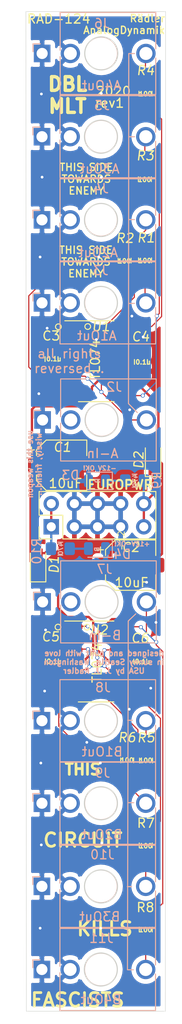
<source format=kicad_pcb>
(kicad_pcb (version 20171130) (host pcbnew "(5.1.2-1)-1")
  (layers (0 F.Cu signal) (31 B.Cu signal) (34 B.Paste user hide) (35 F.Paste user hide) (36 B.SilkS user hide) (37 F.SilkS user) (38 B.Mask user hide) (39 F.Mask user hide) (44 Edge.Cuts user))
  (net 0 "")
  (net 1 VCC)
  (net 2 GND)
  (net 3 VEE)
  (net 4 "Net-(R1-Pad2)")
  (net 5 "Net-(R2-Pad2)")
  (net 6 "Net-(R3-Pad2)")
  (net 7 "Net-(R4-Pad2)")
  (net 8 "Net-(R5-Pad2)")
  (net 9 "Net-(R6-Pad2)")
  (net 10 "Net-(R7-Pad2)")
  (net 11 "Net-(R8-Pad2)")
  (net 12 /A1Out)
  (net 13 /A2Out)
  (net 14 /A3Out)
  (net 15 /A4Out)
  (net 16 /B1Out)
  (net 17 /B2Out)
  (net 18 /B3Out)
  (net 19 /B4Out)
  (net 20 /AIn)
  (net 21 /BIn)
  (net 22 -12V)
  (net 23 "Net-(D3-Pad1)")
  (net 24 "Net-(D4-Pad2)")
  (net 25 +12V)
  (module Capacitor_SMD:C_0805_2012Metric_Pad1.15x1.40mm_HandSolder (layer F.Cu) (at 155.54452 59.80176 270)
    (fp_text reference C3 (at -2.54508 0.03048 180) (layer F.SilkS))
    (fp_text value 0.1u (at -0.02032 -0.24892 180) (layer F.SilkS) (effects (font (size 0.5 0.5) (thickness 0.125))))
    (pad 2 smd roundrect (at 1.025 0 270) (size 1.15 1.4) (layers F.Cu F.Paste F.Mask) (roundrect_rratio 0.217391) (net 1 VCC))
    (pad 1 smd roundrect (at -1.025 0 270) (size 1.15 1.4) (layers F.Cu F.Paste F.Mask) (roundrect_rratio 0.217391) (net 2 GND))
  )
  (module Connector_Audio:Jack_3.5mm_QingPu_WQP-PJ398SM_Vertical_CircularHoles (layer B.Cu) (at 154.49804 53.63464 270)
    (fp_text reference J3 (at -3.55092 -6.44144 180) (layer B.SilkS) (effects (justify mirror)))
    (fp_text value A1Out (at 3.61188 -6.02996 180) (layer B.SilkS) (effects (justify mirror)))
    (pad TN thru_hole circle (at 0 -3.1 90) (size 2.13 2.13) (drill 1.42) (layers *.Cu *.Mask) (net 2 GND))
    (pad S thru_hole rect (at 0 0 90) (size 1.93 1.83) (drill 1.22) (layers *.Cu *.Mask) (net 2 GND))
    (pad T thru_hole circle (at 0 -11.4 90) (size 2.13 2.13) (drill 1.43) (layers *.Cu *.Mask) (net 12 /A1Out))
  )
  (module Connector_PinHeader_2.54mm:PinHeader_2x05_P2.54mm_Vertical (layer F.Cu) (at 155.51404 78.19136 90)
    (fp_text reference J1 hide)
    (fp_text value EUROPWR (at 4.5974 7.57936) (layer F.SilkS) (effects (font (thickness 0.2032))))
    (fp_text user -12V (at -1.21412 7.70128 90) (layer F.SilkS) (effects (font (size 0.7 0.7) (thickness 0.1))))
    (pad 10 thru_hole oval (at 2.54 10.16 90) (size 1.7 1.7) (drill 1) (layers *.Cu *.Mask) (net 22 -12V))
    (pad 9 thru_hole oval (at 0 10.16 90) (size 1.7 1.7) (drill 1) (layers *.Cu *.Mask) (net 22 -12V))
    (pad 8 thru_hole oval (at 2.54 7.62 90) (size 1.7 1.7) (drill 1) (layers *.Cu *.Mask) (net 2 GND))
    (pad 7 thru_hole oval (at 0 7.62 90) (size 1.7 1.7) (drill 1) (layers *.Cu *.Mask) (net 2 GND))
    (pad 6 thru_hole oval (at 2.54 5.08 90) (size 1.7 1.7) (drill 1) (layers *.Cu *.Mask) (net 2 GND))
    (pad 5 thru_hole oval (at 0 5.08 90) (size 1.7 1.7) (drill 1) (layers *.Cu *.Mask) (net 2 GND))
    (pad 4 thru_hole oval (at 2.54 2.54 90) (size 1.7 1.7) (drill 1) (layers *.Cu *.Mask) (net 2 GND))
    (pad 3 thru_hole oval (at 0 2.54 90) (size 1.7 1.7) (drill 1) (layers *.Cu *.Mask) (net 2 GND))
    (pad 2 thru_hole oval (at 2.54 0 90) (size 1.7 1.7) (drill 1) (layers *.Cu *.Mask) (net 25 +12V))
    (pad 1 thru_hole rect (at 0 0 90) (size 1.7 1.7) (drill 1) (layers *.Cu *.Mask) (net 25 +12V))
  )
  (module Resistor_SMD:R_0805_2012Metric_Pad1.15x1.40mm_HandSolder (layer F.Cu) (at 163.8554 103.79964 90)
    (fp_text reference R6 (at 2.49428 -0.01524 180) (layer F.SilkS) (effects (font (thickness 0.15) italic)))
    (fp_text value 100 (at -0.0254 2.03708 180) (layer F.SilkS) (effects (font (size 0.5 0.5) (thickness 0.125))))
    (pad 2 smd roundrect (at 1.025 0 90) (size 1.15 1.4) (layers F.Cu F.Paste F.Mask) (roundrect_rratio 0.217391) (net 9 "Net-(R6-Pad2)"))
    (pad 1 smd roundrect (at -1.025 0 90) (size 1.15 1.4) (layers F.Cu F.Paste F.Mask) (roundrect_rratio 0.217391) (net 17 /B2Out))
  )
  (module Diode_SMD:D_SOD-323_HandSoldering (layer F.Cu) (at 166.7002 70.7898 90)
    (fp_text reference D2 (at -0.0762 -1.56464 90) (layer F.SilkS) (effects (font (thickness 0.15) italic)))
    (fp_text value D_Small_ALT)
    (pad 2 smd rect (at 1.25 0 90) (size 1 1) (layers F.Cu F.Paste F.Mask) (net 3 VEE))
    (pad 1 smd rect (at -1.25 0 90) (size 1 1) (layers F.Cu F.Paste F.Mask) (net 22 -12V))
  )
  (module Diode_SMD:D_SOD-323_HandSoldering (layer F.Cu) (at 154.07132 82.33156 90)
    (fp_text reference D1 (at -0.02032 1.7526 90) (layer F.SilkS) (effects (font (thickness 0.15) italic)))
    (fp_text value D_Small_ALT)
    (pad 2 smd rect (at 1.25 0 90) (size 1 1) (layers F.Cu F.Paste F.Mask) (net 25 +12V))
    (pad 1 smd rect (at -1.25 0 90) (size 1 1) (layers F.Cu F.Paste F.Mask) (net 1 VCC))
  )
  (module Connector_Audio:Jack_3.5mm_QingPu_WQP-PJ398SM_Vertical_CircularHoles (layer B.Cu) (at 154.56408 86.42604 270)
    (fp_text reference J7 (at -3.5814 -6.8072 180) (layer B.SilkS) (effects (justify mirror)))
    (fp_text value B-In (at 3.67284 -6.8326 180) (layer B.SilkS) (effects (justify mirror)))
    (pad TN thru_hole circle (at 0 -3.1 90) (size 2.13 2.13) (drill 1.42) (layers *.Cu *.Mask))
    (pad S thru_hole rect (at 0 0 90) (size 1.93 1.83) (drill 1.22) (layers *.Cu *.Mask) (net 2 GND))
    (pad T thru_hole circle (at 0 -11.4 90) (size 2.13 2.13) (drill 1.43) (layers *.Cu *.Mask) (net 21 /BIn))
  )
  (module Connector_Audio:Jack_3.5mm_QingPu_WQP-PJ398SM_Vertical_CircularHoles (layer B.Cu) (at 154.56408 66.47688 270)
    (fp_text reference J2 (at -3.61696 -7.86384 180) (layer B.SilkS) (effects (justify mirror)))
    (fp_text value A-In (at 3.67284 -6.58876) (layer B.SilkS) (effects (justify mirror)))
    (pad TN thru_hole circle (at 0 -3.1 90) (size 2.13 2.13) (drill 1.42) (layers *.Cu *.Mask))
    (pad S thru_hole rect (at 0 0 90) (size 1.93 1.83) (drill 1.22) (layers *.Cu *.Mask) (net 2 GND))
    (pad T thru_hole circle (at 0 -11.4 90) (size 2.13 2.13) (drill 1.43) (layers *.Cu *.Mask) (net 20 /AIn))
  )
  (module Connector_Audio:Jack_3.5mm_QingPu_WQP-PJ398SM_Vertical_CircularHoles (layer B.Cu) (at 154.49804 44.53128 270)
    (fp_text reference J4 (at -3.43408 -6.477 180) (layer B.SilkS) (effects (justify mirror)))
    (fp_text value A2Out (at 3.58648 -6.17728 180) (layer B.SilkS) (effects (justify mirror)))
    (pad T thru_hole circle (at 0 -11.4 90) (size 2.13 2.13) (drill 1.43) (layers *.Cu *.Mask) (net 13 /A2Out))
    (pad S thru_hole rect (at 0 0 90) (size 1.93 1.83) (drill 1.22) (layers *.Cu *.Mask) (net 2 GND))
    (pad TN thru_hole circle (at 0 -3.1 90) (size 2.13 2.13) (drill 1.42) (layers *.Cu *.Mask) (net 2 GND))
  )
  (module Connector_Audio:Jack_3.5mm_QingPu_WQP-PJ398SM_Vertical_CircularHoles (layer B.Cu) (at 154.49804 35.41268 270)
    (fp_text reference J5 (at -3.42392 -6.5786 180) (layer B.SilkS) (effects (justify mirror)))
    (fp_text value A3Out (at 3.5306 -6.34492 180) (layer B.SilkS) (effects (justify mirror)))
    (pad T thru_hole circle (at 0 -11.4 90) (size 2.13 2.13) (drill 1.43) (layers *.Cu *.Mask) (net 14 /A3Out))
    (pad S thru_hole rect (at 0 0 90) (size 1.93 1.83) (drill 1.22) (layers *.Cu *.Mask) (net 2 GND))
    (pad TN thru_hole circle (at 0 -3.1 90) (size 2.13 2.13) (drill 1.42) (layers *.Cu *.Mask) (net 2 GND))
  )
  (module Connector_Audio:Jack_3.5mm_QingPu_WQP-PJ398SM_Vertical_CircularHoles (layer B.Cu) (at 154.51328 26.28392 270)
    (fp_text reference J6 (at -3.29184 -6.56336 180) (layer B.SilkS) (effects (justify mirror)))
    (fp_text value A4Out (at 3.52552 -6.51764 180) (layer B.SilkS) (effects (justify mirror)))
    (pad TN thru_hole circle (at 0 -3.1 90) (size 2.13 2.13) (drill 1.42) (layers *.Cu *.Mask) (net 2 GND))
    (pad S thru_hole rect (at 0 0 90) (size 1.93 1.83) (drill 1.22) (layers *.Cu *.Mask) (net 2 GND))
    (pad T thru_hole circle (at 0 -11.4 90) (size 2.13 2.13) (drill 1.43) (layers *.Cu *.Mask) (net 15 /A4Out))
  )
  (module Connector_Audio:Jack_3.5mm_QingPu_WQP-PJ398SM_Vertical_CircularHoles (layer B.Cu) (at 154.49296 99.45624 270)
    (fp_text reference J8 (at -3.63728 -6.70052 180) (layer B.SilkS) (effects (justify mirror)))
    (fp_text value B1Out (at 3.4036 -6.62432 180) (layer B.SilkS) (effects (justify mirror)))
    (pad T thru_hole circle (at 0 -11.4 90) (size 2.13 2.13) (drill 1.43) (layers *.Cu *.Mask) (net 16 /B1Out))
    (pad S thru_hole rect (at 0 0 90) (size 1.93 1.83) (drill 1.22) (layers *.Cu *.Mask) (net 2 GND))
    (pad TN thru_hole circle (at 0 -3.1 90) (size 2.13 2.13) (drill 1.42) (layers *.Cu *.Mask) (net 2 GND))
  )
  (module Connector_Audio:Jack_3.5mm_QingPu_WQP-PJ398SM_Vertical_CircularHoles (layer B.Cu) (at 154.48788 117.62232 270)
    (fp_text reference J10 (at -3.4798 -6.64464 180) (layer B.SilkS) (effects (justify mirror)))
    (fp_text value B3Out (at 3.33248 -6.36016 180) (layer B.SilkS) (effects (justify mirror)))
    (pad TN thru_hole circle (at 0 -3.1 90) (size 2.13 2.13) (drill 1.42) (layers *.Cu *.Mask) (net 2 GND))
    (pad S thru_hole rect (at 0 0 90) (size 1.93 1.83) (drill 1.22) (layers *.Cu *.Mask) (net 2 GND))
    (pad T thru_hole circle (at 0 -11.4 90) (size 2.13 2.13) (drill 1.43) (layers *.Cu *.Mask) (net 18 /B3Out))
  )
  (module Connector_Audio:Jack_3.5mm_QingPu_WQP-PJ398SM_Vertical_CircularHoles (layer B.Cu) (at 154.48788 126.74092 270)
    (fp_text reference J11 (at -3.42392 -6.53796 180) (layer B.SilkS) (effects (justify mirror)))
    (fp_text value B4Out (at 3.28168 -6.49732 180) (layer B.SilkS) (effects (justify mirror)))
    (pad T thru_hole circle (at 0 -11.4 90) (size 2.13 2.13) (drill 1.43) (layers *.Cu *.Mask) (net 19 /B4Out))
    (pad S thru_hole rect (at 0 0 90) (size 1.93 1.83) (drill 1.22) (layers *.Cu *.Mask) (net 2 GND))
    (pad TN thru_hole circle (at 0 -3.1 90) (size 2.13 2.13) (drill 1.42) (layers *.Cu *.Mask) (net 2 GND))
  )
  (module Capacitor_SMD:CP_Elec_5x5.4 (layer F.Cu) (at 156.65704 71.44004)
    (fp_text reference C1 (at 0.07112 -1.9812) (layer F.SilkS) (effects (font (thickness 0.15) italic)))
    (fp_text value 10uF (at 0.41656 1.99644) (layer F.SilkS))
    (pad 1 smd roundrect (at -2.2 0) (size 3 1.6) (layers F.Cu F.Paste F.Mask) (roundrect_rratio 0.15625) (net 1 VCC))
    (pad 2 smd roundrect (at 2.2 0) (size 3 1.6) (layers F.Cu F.Paste F.Mask) (roundrect_rratio 0.15625) (net 2 GND))
  )
  (module Capacitor_SMD:CP_Elec_5x5.4 (layer F.Cu) (at 164.2364 82.3976)
    (fp_text reference C2 (at 0.02032 -1.9558) (layer F.SilkS) (effects (font (thickness 0.15) italic)))
    (fp_text value 10uF (at 0.08636 1.91008) (layer F.SilkS))
    (pad 2 smd roundrect (at 2.2 0) (size 3 1.6) (layers F.Cu F.Paste F.Mask) (roundrect_rratio 0.15625) (net 3 VEE))
    (pad 1 smd roundrect (at -2.2 0) (size 3 1.6) (layers F.Cu F.Paste F.Mask) (roundrect_rratio 0.15625) (net 2 GND))
  )
  (module Capacitor_SMD:C_0805_2012Metric_Pad1.15x1.40mm_HandSolder (layer F.Cu) (at 165.36416 60.11164 90)
    (fp_text reference C4 (at 2.76352 -0.03556 180) (layer F.SilkS) (effects (font (thickness 0.15) italic)))
    (fp_text value 0.1u (at -0.02032 0.23876 180) (layer F.SilkS) (effects (font (size 0.5 0.5) (thickness 0.125))))
    (pad 1 smd roundrect (at -1.025 0 90) (size 1.15 1.4) (layers F.Cu F.Paste F.Mask) (roundrect_rratio 0.217391) (net 2 GND))
    (pad 2 smd roundrect (at 1.025 0 90) (size 1.15 1.4) (layers F.Cu F.Paste F.Mask) (roundrect_rratio 0.217391) (net 3 VEE))
  )
  (module Capacitor_SMD:C_0805_2012Metric_Pad1.15x1.40mm_HandSolder (layer F.Cu) (at 155.59024 92.94876 90)
    (fp_text reference C5 (at 2.6924 -0.1524 180) (layer F.SilkS) (effects (font (thickness 0.15) italic)))
    (fp_text value 0.1u (at -0.01524 0.24384 180) (layer F.SilkS) (effects (font (size 0.5 0.5) (thickness 0.125))))
    (pad 1 smd roundrect (at -1.025 0 90) (size 1.15 1.4) (layers F.Cu F.Paste F.Mask) (roundrect_rratio 0.217391) (net 1 VCC))
    (pad 2 smd roundrect (at 1.025 0 90) (size 1.15 1.4) (layers F.Cu F.Paste F.Mask) (roundrect_rratio 0.217391) (net 2 GND))
  )
  (module Capacitor_SMD:C_0805_2012Metric_Pad1.15x1.40mm_HandSolder (layer F.Cu) (at 165.28796 92.96908 270)
    (fp_text reference C6 (at -2.5654 0.02032 180) (layer F.SilkS) (effects (font (thickness 0.15) italic)))
    (fp_text value 0.1u (at 0.01016 -0.23876 180) (layer F.SilkS) (effects (font (size 0.5 0.5) (thickness 0.125))))
    (pad 2 smd roundrect (at 1.025 0 270) (size 1.15 1.4) (layers F.Cu F.Paste F.Mask) (roundrect_rratio 0.217391) (net 2 GND))
    (pad 1 smd roundrect (at -1.025 0 270) (size 1.15 1.4) (layers F.Cu F.Paste F.Mask) (roundrect_rratio 0.217391) (net 3 VEE))
  )
  (module Connector_Audio:Jack_3.5mm_QingPu_WQP-PJ398SM_Vertical_CircularHoles (layer B.Cu) (at 154.49296 108.5088 270)
    (fp_text reference J9 (at -3.31724 -6.63956) (layer B.SilkS) (effects (justify mirror)))
    (fp_text value B2Out (at 3.43916 -6.58368) (layer B.SilkS) (effects (justify mirror)))
    (pad TN thru_hole circle (at 0 -3.1 90) (size 2.13 2.13) (drill 1.42) (layers *.Cu *.Mask) (net 2 GND))
    (pad S thru_hole rect (at 0 0 90) (size 1.93 1.83) (drill 1.22) (layers *.Cu *.Mask) (net 2 GND))
    (pad T thru_hole circle (at 0 -11.4 90) (size 2.13 2.13) (drill 1.43) (layers *.Cu *.Mask) (net 17 /B2Out))
  )
  (module Resistor_SMD:R_0805_2012Metric_Pad1.15x1.40mm_HandSolder (layer F.Cu) (at 165.81628 48.9712 90)
    (fp_text reference R1 (at 2.46888 0.11176 180) (layer F.SilkS) (effects (font (thickness 0.15) italic)))
    (fp_text value 100 (at -0.04572 -0.02032 180) (layer F.SilkS) (effects (font (size 0.5 0.5) (thickness 0.125))))
    (pad 2 smd roundrect (at 1.025 0 90) (size 1.15 1.4) (layers F.Cu F.Paste F.Mask) (roundrect_rratio 0.217391) (net 4 "Net-(R1-Pad2)"))
    (pad 1 smd roundrect (at -1.025 0 90) (size 1.15 1.4) (layers F.Cu F.Paste F.Mask) (roundrect_rratio 0.217391) (net 12 /A1Out))
  )
  (module Resistor_SMD:R_0805_2012Metric_Pad1.15x1.40mm_HandSolder (layer F.Cu) (at 163.57092 49.00168 270)
    (fp_text reference R2 (at -2.45364 -0.03556 180) (layer F.SilkS) (effects (font (thickness 0.15) italic)))
    (fp_text value 100 (at 0.0508 0.0254 180) (layer F.SilkS) (effects (font (size 0.5 0.5) (thickness 0.125))))
    (pad 1 smd roundrect (at -1.025 0 270) (size 1.15 1.4) (layers F.Cu F.Paste F.Mask) (roundrect_rratio 0.217391) (net 13 /A2Out))
    (pad 2 smd roundrect (at 1.025 0 270) (size 1.15 1.4) (layers F.Cu F.Paste F.Mask) (roundrect_rratio 0.217391) (net 5 "Net-(R2-Pad2)"))
  )
  (module Resistor_SMD:R_0805_2012Metric_Pad1.15x1.40mm_HandSolder (layer F.Cu) (at 165.79596 40.07612 270)
    (fp_text reference R3 (at -2.57556 -0.0508 180) (layer F.SilkS) (effects (font (thickness 0.15) italic)))
    (fp_text value 100 (at 0.04572 0.03556 180) (layer F.SilkS) (effects (font (size 0.5 0.5) (thickness 0.125))))
    (pad 2 smd roundrect (at 1.025 0 270) (size 1.15 1.4) (layers F.Cu F.Paste F.Mask) (roundrect_rratio 0.217391) (net 6 "Net-(R3-Pad2)"))
    (pad 1 smd roundrect (at -1.025 0 270) (size 1.15 1.4) (layers F.Cu F.Paste F.Mask) (roundrect_rratio 0.217391) (net 14 /A3Out))
  )
  (module Resistor_SMD:R_0805_2012Metric_Pad1.15x1.40mm_HandSolder (layer F.Cu) (at 165.862 30.69336 270)
    (fp_text reference R4 (at -2.54508 -0.01016 180) (layer F.SilkS) (effects (font (thickness 0.15) italic)))
    (fp_text value 100 (at 0.03048 -0.01016 180) (layer F.SilkS) (effects (font (size 0.5 0.5) (thickness 0.125))))
    (pad 1 smd roundrect (at -1.025 0 270) (size 1.15 1.4) (layers F.Cu F.Paste F.Mask) (roundrect_rratio 0.217391) (net 15 /A4Out))
    (pad 2 smd roundrect (at 1.025 0 270) (size 1.15 1.4) (layers F.Cu F.Paste F.Mask) (roundrect_rratio 0.217391) (net 7 "Net-(R4-Pad2)"))
  )
  (module Resistor_SMD:R_0805_2012Metric_Pad1.15x1.40mm_HandSolder (layer F.Cu) (at 165.92296 103.81996 270)
    (fp_text reference R5 (at -2.49936 -0.00508 180) (layer F.SilkS) (effects (font (thickness 0.15) italic)))
    (fp_text value 100 (at -0.0254 2.07772 180) (layer F.SilkS) (effects (font (size 0.5 0.5) (thickness 0.125))))
    (pad 1 smd roundrect (at -1.025 0 270) (size 1.15 1.4) (layers F.Cu F.Paste F.Mask) (roundrect_rratio 0.217391) (net 16 /B1Out))
    (pad 2 smd roundrect (at 1.025 0 270) (size 1.15 1.4) (layers F.Cu F.Paste F.Mask) (roundrect_rratio 0.217391) (net 8 "Net-(R5-Pad2)"))
  )
  (module Resistor_SMD:R_0805_2012Metric_Pad1.15x1.40mm_HandSolder (layer F.Cu) (at 165.89248 113.13276 90)
    (fp_text reference R7 (at 2.44464 0.01524 180) (layer F.SilkS))
    (fp_text value 100 (at -0.0598 0 180) (layer F.SilkS) (effects (font (size 0.5 0.5) (thickness 0.125))))
    (pad 1 smd roundrect (at -1.025 0 90) (size 1.15 1.4) (layers F.Cu F.Paste F.Mask) (roundrect_rratio 0.217391) (net 18 /B3Out))
    (pad 2 smd roundrect (at 1.025 0 90) (size 1.15 1.4) (layers F.Cu F.Paste F.Mask) (roundrect_rratio 0.217391) (net 10 "Net-(R7-Pad2)"))
  )
  (module Resistor_SMD:R_0805_2012Metric_Pad1.15x1.40mm_HandSolder (layer F.Cu) (at 165.89248 122.35688 90)
    (fp_text reference R8 (at 2.41808 -0.03556 180) (layer F.SilkS))
    (fp_text value 100 (at -0.03048 -0.03048 180) (layer F.SilkS) (effects (font (size 0.5 0.5) (thickness 0.125))))
    (pad 2 smd roundrect (at 1.025 0 90) (size 1.15 1.4) (layers F.Cu F.Paste F.Mask) (roundrect_rratio 0.217391) (net 11 "Net-(R8-Pad2)"))
    (pad 1 smd roundrect (at -1.025 0 90) (size 1.15 1.4) (layers F.Cu F.Paste F.Mask) (roundrect_rratio 0.217391) (net 19 /B4Out))
  )
  (module LED_SMD:LED_0805_2012Metric (layer B.Cu) (at 160.53816 73.15708 180)
    (fp_text reference D3 (at 2.921 0.61468) (layer B.SilkS) (effects (justify mirror)))
    (fp_text value R (at -0.06096 0.03048 270) (layer B.SilkS) (effects (font (size 0.5 0.5) (thickness 0.125)) (justify mirror)))
    (pad 2 smd roundrect (at 0.9375 0 180) (size 0.975 1.4) (layers B.Cu B.Paste B.Mask) (net 2 GND))
    (pad 1 smd roundrect (at -0.9375 0 180) (size 0.975 1.4) (layers B.Cu B.Paste B.Mask) (net 23 "Net-(D3-Pad1)"))
  )
  (module LED_SMD:LED_0805_2012Metric (layer B.Cu) (at 160.53816 80.57388 180)
    (fp_text reference D4 (at -2.7686 -0.62484 180) (layer B.SilkS) (effects (justify mirror)))
    (fp_text value B (at -0.00508 -0.08636 270) (layer B.SilkS) (effects (font (size 0.5 0.5) (thickness 0.125)) (justify mirror)))
    (pad 1 smd roundrect (at -0.9375 0 180) (size 0.975 1.4) (layers B.Cu B.Paste B.Mask) (net 2 GND))
    (pad 2 smd roundrect (at 0.9375 0 180) (size 0.975 1.4) (layers B.Cu B.Paste B.Mask) (net 24 "Net-(D4-Pad2)"))
  )
  (module Resistor_SMD:R_0805_2012Metric_Pad1.15x1.40mm_HandSolder (layer B.Cu) (at 164.6682 73.13676)
    (fp_text reference R9 (at 2.4638 -0.0508 90) (layer B.SilkS) (effects (justify mirror)))
    (fp_text value 470 (at 0.07112 -0.00508 270) (layer B.SilkS) (effects (font (size 0.5 0.5) (thickness 0.125)) (justify mirror)))
    (pad 2 smd roundrect (at 1.025 0) (size 1.15 1.4) (layers B.Cu B.Paste B.Mask) (roundrect_rratio 0.217391) (net 22 -12V))
    (pad 1 smd roundrect (at -1.025 0) (size 1.15 1.4) (layers B.Cu B.Paste B.Mask) (roundrect_rratio 0.217391) (net 23 "Net-(D3-Pad1)"))
  )
  (module Resistor_SMD:R_0805_2012Metric_Pad1.15x1.40mm_HandSolder (layer B.Cu) (at 156.50972 80.5942 180)
    (fp_text reference R10 (at 2.5908 -0.27432 90) (layer B.SilkS) (effects (justify mirror)))
    (fp_text value 470 (at -0.03556 0 270) (layer B.SilkS) (effects (font (size 0.5 0.5) (thickness 0.125)) (justify mirror)))
    (pad 1 smd roundrect (at -1.025 0 180) (size 1.15 1.4) (layers B.Cu B.Paste B.Mask) (roundrect_rratio 0.217391) (net 24 "Net-(D4-Pad2)"))
    (pad 2 smd roundrect (at 1.025 0 180) (size 1.15 1.4) (layers B.Cu B.Paste B.Mask) (roundrect_rratio 0.217) (net 25 +12V))
  )
  (module Package_SO:SOIC-14_3.9x8.7mm_P1.27mm (layer F.Cu) (at 160.45688 60.03544)
    (fp_text reference U1 (at 0.52324 -3.80492) (layer F.SilkS) (effects (font (thickness 0.15) italic)))
    (fp_text value TL074 (at -0.10668 -0.15748 90) (layer F.SilkS))
    (pad 1 smd roundrect (at -2.475 -3.81) (size 1.95 0.6) (layers F.Cu F.Paste F.Mask) (net 4 "Net-(R1-Pad2)"))
    (pad 2 smd roundrect (at -2.475 -2.54) (size 1.95 0.6) (layers F.Cu F.Paste F.Mask) (net 4 "Net-(R1-Pad2)"))
    (pad 3 smd roundrect (at -2.475 -1.27) (size 1.95 0.6) (layers F.Cu F.Paste F.Mask) (net 20 /AIn))
    (pad 4 smd roundrect (at -2.475 0) (size 1.95 0.6) (layers F.Cu F.Paste F.Mask) (net 1 VCC))
    (pad 5 smd roundrect (at -2.475 1.27) (size 1.95 0.6) (layers F.Cu F.Paste F.Mask) (net 20 /AIn))
    (pad 6 smd roundrect (at -2.475 2.54) (size 1.95 0.6) (layers F.Cu F.Paste F.Mask) (net 5 "Net-(R2-Pad2)"))
    (pad 7 smd roundrect (at -2.475 3.81) (size 1.95 0.6) (layers F.Cu F.Paste F.Mask) (net 5 "Net-(R2-Pad2)"))
    (pad 8 smd roundrect (at 2.475 3.81) (size 1.95 0.6) (layers F.Cu F.Paste F.Mask) (net 6 "Net-(R3-Pad2)"))
    (pad 9 smd roundrect (at 2.475 2.54) (size 1.95 0.6) (layers F.Cu F.Paste F.Mask) (net 6 "Net-(R3-Pad2)"))
    (pad 10 smd roundrect (at 2.475 1.27) (size 1.95 0.6) (layers F.Cu F.Paste F.Mask) (net 20 /AIn))
    (pad 11 smd roundrect (at 2.475 0) (size 1.95 0.6) (layers F.Cu F.Paste F.Mask) (net 3 VEE))
    (pad 12 smd roundrect (at 2.475 -1.27) (size 1.95 0.6) (layers F.Cu F.Paste F.Mask) (net 20 /AIn))
    (pad 13 smd roundrect (at 2.475 -2.54) (size 1.95 0.6) (layers F.Cu F.Paste F.Mask) (net 7 "Net-(R4-Pad2)"))
    (pad 14 smd roundrect (at 2.475 -3.81) (size 1.95 0.6) (layers F.Cu F.Paste F.Mask) (net 7 "Net-(R4-Pad2)"))
  )
  (module Package_SO:SOIC-14_3.9x8.7mm_P1.27mm (layer F.Cu) (at 160.44164 92.964)
    (fp_text reference U2 (at 0.32004 -3.46456) (layer F.SilkS) (effects (font (thickness 0.15) italic)))
    (fp_text value TL074 (at 0.09652 0.14224 90) (layer F.SilkS))
    (pad 14 smd roundrect (at 2.475 -3.81) (size 1.95 0.6) (layers F.Cu F.Paste F.Mask) (net 11 "Net-(R8-Pad2)"))
    (pad 13 smd roundrect (at 2.475 -2.54) (size 1.95 0.6) (layers F.Cu F.Paste F.Mask) (net 11 "Net-(R8-Pad2)"))
    (pad 12 smd roundrect (at 2.475 -1.27) (size 1.95 0.6) (layers F.Cu F.Paste F.Mask) (net 21 /BIn))
    (pad 11 smd roundrect (at 2.475 0) (size 1.95 0.6) (layers F.Cu F.Paste F.Mask) (net 3 VEE))
    (pad 10 smd roundrect (at 2.475 1.27) (size 1.95 0.6) (layers F.Cu F.Paste F.Mask) (net 21 /BIn))
    (pad 9 smd roundrect (at 2.475 2.54) (size 1.95 0.6) (layers F.Cu F.Paste F.Mask) (net 10 "Net-(R7-Pad2)"))
    (pad 8 smd roundrect (at 2.475 3.81) (size 1.95 0.6) (layers F.Cu F.Paste F.Mask) (net 10 "Net-(R7-Pad2)"))
    (pad 7 smd roundrect (at -2.475 3.81) (size 1.95 0.6) (layers F.Cu F.Paste F.Mask) (net 9 "Net-(R6-Pad2)"))
    (pad 6 smd roundrect (at -2.475 2.54) (size 1.95 0.6) (layers F.Cu F.Paste F.Mask) (net 9 "Net-(R6-Pad2)"))
    (pad 5 smd roundrect (at -2.475 1.27) (size 1.95 0.6) (layers F.Cu F.Paste F.Mask) (net 21 /BIn))
    (pad 4 smd roundrect (at -2.475 0) (size 1.95 0.6) (layers F.Cu F.Paste F.Mask) (net 1 VCC))
    (pad 3 smd roundrect (at -2.475 -1.27) (size 1.95 0.6) (layers F.Cu F.Paste F.Mask) (net 21 /BIn))
    (pad 2 smd roundrect (at -2.475 -2.54) (size 1.95 0.6) (layers F.Cu F.Paste F.Mask) (net 8 "Net-(R5-Pad2)"))
    (pad 1 smd roundrect (at -2.475 -3.81) (size 1.95 0.6) (layers F.Cu F.Paste F.Mask) (net 8 "Net-(R5-Pad2)"))
  )
  (gr_text "use this weapon\nwisely, friend…" (at 153.67 71.3232 90) (layer B.SilkS) (effects (font (size 0.6 0.6)) (justify mirror)))
  (gr_text "designed and built with love\nin sunny Seattle, Washington\nUSA by J. J. Radler" (at 161.31032 93.02496) (layer B.SilkS) (effects (font (size 0.6 0.6)) (justify mirror)))
  (gr_text "-12V OK!\n" (at 160.83788 71.77532) (layer B.SilkS) (effects (font (size 0.5 0.5) (thickness 0.125)) (justify mirror)))
  (gr_text "+12V-OK!\n" (at 164.39388 80.07096) (layer B.SilkS) (effects (font (size 0.5 0.5) (thickness 0.125)) (justify mirror)))
  (gr_text "all rights\nreversed…" (at 157.50032 60.0202) (layer B.SilkS) (effects (font (size 1 1))))
  (gr_line (start 164.65296 53.69052) (end 164.03828 53.70068) (layer B.SilkS) (width 0.12))
  (gr_line (start 164.64788 44.5008) (end 164.02812 44.5008) (layer B.SilkS) (width 0.12))
  (gr_line (start 164.65804 35.41776) (end 164.03828 35.41776) (layer B.SilkS) (width 0.12))
  (gr_line (start 164.02812 26.29408) (end 164.65804 26.29408) (layer B.SilkS) (width 0.12))
  (gr_line (start 163.99764 64.68364) (end 164.02812 26.29408) (layer B.SilkS) (width 0.12))
  (gr_line (start 164.95776 65.65392) (end 163.99764 64.68364) (layer B.SilkS) (width 0.12))
  (gr_line (start 163.97224 88.5444) (end 163.88588 126.76124) (layer B.SilkS) (width 0.12))
  (gr_line (start 163.89096 126.7714) (end 164.52596 126.7714) (layer B.SilkS) (width 0.12))
  (gr_line (start 163.87064 117.6528) (end 164.32784 117.6528) (layer B.SilkS) (width 0.12))
  (gr_line (start 163.95192 108.44784) (end 164.57676 108.44784) (layer B.SilkS) (width 0.12))
  (gr_line (start 163.91128 99.41052) (end 164.40912 99.41052) (layer B.SilkS) (width 0.12))
  (gr_line (start 164.79012 87.74684) (end 163.96716 88.52916) (layer B.SilkS) (width 0.12))
  (gr_circle (center 156.25572 89.18956) (end 156.48432 89.40292) (layer F.SilkS) (width 0.12))
  (gr_circle (center 159.4358 89.19972) (end 159.6644 89.41308) (layer F.SilkS) (width 0.12))
  (gr_circle (center 156.29636 56.25592) (end 156.52496 56.46928) (layer F.SilkS) (width 0.12))
  (gr_circle (center 159.52216 56.23052) (end 159.75076 56.44388) (layer F.SilkS) (width 0.12))
  (gr_text FASCISTS (at 158.41472 130.09372) (layer F.SilkS) (effects (font (size 1.5 1.5) (thickness 0.3))))
  (gr_text KILLS (at 161.39668 122.29084) (layer F.SilkS) (effects (font (size 1.5 1.5) (thickness 0.3))))
  (gr_text "THIS SIDE\nTOWARDS\nENEMY" (at 159.32912 49.13376) (layer F.SilkS) (effects (font (size 0.8 0.8))))
  (gr_text CIRCUIT (at 158.98368 112.55756) (layer F.SilkS) (effects (font (size 1.5 1.5) (thickness 0.3))))
  (gr_circle (center 161.01006 26.27376) (end 162.824161 26.27376) (layer Edge.Cuts) (width 0.12))
  (gr_circle (center 160.9745 35.41268) (end 162.788601 35.41268) (layer Edge.Cuts) (width 0.12))
  (gr_circle (center 160.97958 44.54652) (end 162.793681 44.54652) (layer Edge.Cuts) (width 0.12))
  (gr_circle (center 160.969419 53.63972) (end 162.78352 53.63972) (layer Edge.Cuts) (width 0.12))
  (gr_circle (center 161.04054 66.48704) (end 162.854641 66.48704) (layer Edge.Cuts) (width 0.12))
  (gr_circle (center 161.04054 86.42604) (end 162.854641 86.42604) (layer Edge.Cuts) (width 0.12))
  (gr_circle (center 160.9745 99.46132) (end 162.788601 99.46132) (layer Edge.Cuts) (width 0.12))
  (gr_circle (center 160.96942 108.51388) (end 162.783521 108.51388) (layer Edge.Cuts) (width 0.12))
  (gr_circle (center 160.97958 117.63248) (end 162.793681 117.63248) (layer Edge.Cuts) (width 0.12))
  (gr_circle (center 160.95926 126.74092) (end 162.773361 126.74092) (layer Edge.Cuts) (width 0.12))
  (gr_text rev1 (at 161.91992 31.7246) (layer F.SilkS) (effects (font (size 1 1))))
  (gr_text 2020 (at 162.34664 30.43936) (layer F.SilkS) (effects (font (size 1 1))))
  (gr_text "Rädler\nAnalogDynamik" (at 168.09212 23.0886) (layer F.SilkS) (effects (font (size 0.8 0.8)) (justify right)))
  (gr_text "DBL\nMLT" (at 157.3022 30.861) (layer F.SilkS) (effects (font (size 1.5 1.5) (thickness 0.375))))
  (gr_text "THIS\n" (at 158.9786 104.8004) (layer F.SilkS) (effects (font (size 1.2 1.2) (thickness 0.3))))
  (gr_text RAD-124 (at 156.33192 22.49424) (layer F.SilkS) (effects (font (size 1 1))))
  (gr_text "THIS SIDE\nTOWARDS\nENEMY" (at 159.36976 40.05072) (layer F.SilkS) (effects (font (size 0.8 0.8))))
  (gr_line (start 152.7302 21.6916) (end 152.7302 21.7678) (layer Edge.Cuts) (width 0.05))
  (gr_line (start 168.0718 21.6916) (end 152.7302 21.6916) (layer Edge.Cuts) (width 0.05))
  (gr_line (start 168.0464 131.318) (end 168.0718 21.6916) (layer Edge.Cuts) (width 0.05))
  (gr_line (start 152.781 131.318) (end 152.7302 21.7678) (layer Edge.Cuts) (width 0.05))
  (gr_line (start 168.0464 131.318) (end 152.781 131.318) (layer Edge.Cuts) (width 0.05))
  (segment (start 153.58633 72.31075) (end 154.45704 71.44004) (width 0.254) (layer F.Cu) (net 1))
  (segment (start 153.244319 72.652761) (end 153.58633 72.31075) (width 0.254) (layer F.Cu) (net 1))
  (segment (start 153.244319 82.000559) (end 153.244319 72.652761) (width 0.254) (layer F.Cu) (net 1))
  (segment (start 154.07132 82.82756) (end 153.244319 82.000559) (width 0.254) (layer F.Cu) (net 1))
  (segment (start 154.07132 83.58156) (end 154.07132 82.82756) (width 0.254) (layer F.Cu) (net 1))
  (segment (start 156.33584 60.03544) (end 155.54452 60.82676) (width 0.254) (layer F.Cu) (net 1))
  (segment (start 157.98188 60.03544) (end 156.33584 60.03544) (width 0.254) (layer F.Cu) (net 1))
  (segment (start 153.395079 65.308679) (end 153.725668 64.97809) (width 0.254) (layer F.Cu) (net 1))
  (segment (start 153.395079 70.378079) (end 153.395079 65.308679) (width 0.254) (layer F.Cu) (net 1))
  (segment (start 153.725668 64.97809) (end 158.395588 64.97809) (width 0.254) (layer F.Cu) (net 1))
  (segment (start 159.05688 60.03544) (end 157.98188 60.03544) (width 0.254) (layer F.Cu) (net 1))
  (segment (start 154.45704 71.44004) (end 153.395079 70.378079) (width 0.254) (layer F.Cu) (net 1))
  (segment (start 159.980841 63.392837) (end 159.980841 62.858439) (width 0.254) (layer F.Cu) (net 1))
  (segment (start 158.395588 64.97809) (end 159.980841 63.392837) (width 0.254) (layer F.Cu) (net 1))
  (segment (start 159.980841 62.858439) (end 160.63976 62.19952) (width 0.254) (layer F.Cu) (net 1))
  (segment (start 160.63976 62.19952) (end 160.63976 61.05652) (width 0.254) (layer F.Cu) (net 1))
  (segment (start 159.61868 60.03544) (end 159.05688 60.03544) (width 0.254) (layer F.Cu) (net 1))
  (segment (start 160.63976 61.05652) (end 159.61868 60.03544) (width 0.254) (layer F.Cu) (net 1))
  (segment (start 156.22929 93.33471) (end 156.213612 93.350388) (width 0.254) (layer F.Cu) (net 1))
  (segment (start 157.59593 93.33471) (end 156.22929 93.33471) (width 0.254) (layer F.Cu) (net 1))
  (segment (start 156.213612 93.350388) (end 155.59024 93.97376) (width 0.254) (layer F.Cu) (net 1))
  (segment (start 157.96664 92.964) (end 157.59593 93.33471) (width 0.254) (layer F.Cu) (net 1))
  (segment (start 156.272079 87.094201) (end 157.254918 88.07704) (width 0.254) (layer F.Cu) (net 1))
  (segment (start 156.272079 85.028319) (end 156.272079 87.094201) (width 0.254) (layer F.Cu) (net 1))
  (segment (start 154.82532 83.58156) (end 156.272079 85.028319) (width 0.254) (layer F.Cu) (net 1))
  (segment (start 154.07132 83.58156) (end 154.82532 83.58156) (width 0.254) (layer F.Cu) (net 1))
  (segment (start 159.61868 88.07704) (end 160.1216 88.57996) (width 0.254) (layer F.Cu) (net 1))
  (segment (start 157.254918 88.07704) (end 159.61868 88.07704) (width 0.254) (layer F.Cu) (net 1))
  (segment (start 159.04164 92.964) (end 157.96664 92.964) (width 0.254) (layer F.Cu) (net 1))
  (segment (start 160.1216 91.88404) (end 159.04164 92.964) (width 0.254) (layer F.Cu) (net 1))
  (segment (start 160.1216 88.57996) (end 160.1216 91.88404) (width 0.254) (layer F.Cu) (net 1))
  (via (at 160.46704 57.658) (size 0.54) (drill 0.3) (layers F.Cu B.Cu) (net 2))
  (via (at 165.608 57.36336) (size 0.54) (drill 0.3) (layers F.Cu B.Cu) (net 2))
  (via (at 155.06192 56.4134) (size 0.54) (drill 0.3) (layers F.Cu B.Cu) (net 2))
  (via (at 154.1526 63.59652) (size 0.54) (drill 0.3) (layers F.Cu B.Cu) (net 2))
  (via (at 164.12972 65.36436) (size 0.45) (drill 0.3) (layers F.Cu B.Cu) (net 2))
  (via (at 166.44112 95.89008) (size 0.45) (drill 0.3) (layers F.Cu B.Cu) (net 2))
  (via (at 154.7876 96.20504) (size 0.45) (drill 0.3) (layers F.Cu B.Cu) (net 2))
  (via (at 154.8892 89.50452) (size 0.45) (drill 0.3) (layers F.Cu B.Cu) (net 2))
  (via (at 154.37104 104.09936) (size 0.45) (drill 0.3) (layers F.Cu B.Cu) (net 2))
  (via (at 160.909 104.09936) (size 0.45) (drill 0.3) (layers F.Cu B.Cu) (net 2))
  (via (at 161.0614 112.86744) (size 0.45) (drill 0.3) (layers F.Cu B.Cu) (net 2))
  (via (at 154.42184 113.07572) (size 0.45) (drill 0.3) (layers F.Cu B.Cu) (net 2))
  (via (at 154.29484 122.20956) (size 0.45) (drill 0.3) (layers F.Cu B.Cu) (net 2))
  (via (at 160.94964 122.20956) (size 0.45) (drill 0.3) (layers F.Cu B.Cu) (net 2))
  (via (at 154.28976 48.60544) (size 0.45) (drill 0.3) (layers F.Cu B.Cu) (net 2))
  (via (at 160.73628 48.60544) (size 0.45) (drill 0.3) (layers F.Cu B.Cu) (net 2))
  (via (at 154.5082 39.84752) (size 0.45) (drill 0.3) (layers F.Cu B.Cu) (net 2))
  (via (at 161.0106 39.84752) (size 0.45) (drill 0.3) (layers F.Cu B.Cu) (net 2))
  (via (at 161.0106 30.6578) (size 0.45) (drill 0.3) (layers F.Cu B.Cu) (net 2))
  (via (at 154.432 30.72892) (size 0.45) (drill 0.3) (layers F.Cu B.Cu) (net 2))
  (via (at 164.36848 55.08752) (size 0.45) (drill 0.3) (layers F.Cu B.Cu) (net 2))
  (via (at 165.989 84.2772) (size 0.45) (drill 0.3) (layers F.Cu B.Cu) (net 2))
  (via (at 167.01516 88.67648) (size 0.45) (drill 0.3) (layers F.Cu B.Cu) (net 2))
  (via (at 164.084 98.1964) (size 0.45) (drill 0.3) (layers F.Cu B.Cu) (net 2))
  (via (at 159.42056 101.8286) (size 0.45) (drill 0.3) (layers F.Cu B.Cu) (net 2))
  (segment (start 166.37036 82.29092) (end 167.283081 83.203641) (width 0.254) (layer F.Cu) (net 3))
  (segment (start 166.4364 82.3976) (end 167.68064 81.15336) (width 0.254) (layer F.Cu) (net 3))
  (segment (start 166.7002 70.2938) (end 166.7002 69.5398) (width 0.254) (layer F.Cu) (net 3))
  (segment (start 167.68064 71.27424) (end 166.7002 70.2938) (width 0.254) (layer F.Cu) (net 3))
  (segment (start 167.68064 81.15336) (end 167.68064 71.27424) (width 0.254) (layer F.Cu) (net 3))
  (segment (start 162.93696 60.04052) (end 162.93188 60.03544) (width 0.254) (layer F.Cu) (net 3))
  (segment (start 162.94204 60.0456) (end 162.93188 60.03544) (width 0.254) (layer F.Cu) (net 3))
  (segment (start 164.41536 60.03544) (end 165.36416 59.08664) (width 0.254) (layer F.Cu) (net 3))
  (segment (start 162.93188 60.03544) (end 164.41536 60.03544) (width 0.254) (layer F.Cu) (net 3))
  (segment (start 166.7002 68.7858) (end 166.7002 69.5398) (width 0.254) (layer F.Cu) (net 3))
  (segment (start 167.283081 68.202919) (end 166.7002 68.7858) (width 0.254) (layer F.Cu) (net 3))
  (segment (start 164.28212 61.810638) (end 167.283081 64.811599) (width 0.254) (layer F.Cu) (net 3))
  (segment (start 164.28212 60.16868) (end 164.28212 61.810638) (width 0.254) (layer F.Cu) (net 3))
  (segment (start 167.283081 64.811599) (end 167.283081 68.202919) (width 0.254) (layer F.Cu) (net 3))
  (segment (start 164.41536 60.03544) (end 164.28212 60.16868) (width 0.254) (layer F.Cu) (net 3))
  (segment (start 164.664588 92.567452) (end 165.28796 91.94408) (width 0.254) (layer F.Cu) (net 3))
  (segment (start 164.63875 92.59329) (end 164.664588 92.567452) (width 0.254) (layer F.Cu) (net 3))
  (segment (start 163.28735 92.59329) (end 164.63875 92.59329) (width 0.254) (layer F.Cu) (net 3))
  (segment (start 162.91664 92.964) (end 163.28735 92.59329) (width 0.254) (layer F.Cu) (net 3))
  (segment (start 161.84164 92.964) (end 160.50261 91.62497) (width 0.254) (layer F.Cu) (net 3))
  (segment (start 162.91664 92.964) (end 161.84164 92.964) (width 0.254) (layer F.Cu) (net 3))
  (segment (start 160.50261 89.99219) (end 162.179 88.3158) (width 0.254) (layer F.Cu) (net 3))
  (segment (start 160.50261 91.62497) (end 160.50261 89.99219) (width 0.254) (layer F.Cu) (net 3))
  (segment (start 162.179 88.3158) (end 163.26612 88.3158) (width 0.254) (layer F.Cu) (net 3))
  (segment (start 163.26612 88.3158) (end 164.12464 87.45728) (width 0.254) (layer F.Cu) (net 3))
  (segment (start 164.12464 84.70936) (end 166.4364 82.3976) (width 0.254) (layer F.Cu) (net 3))
  (segment (start 164.12464 87.45728) (end 164.12464 84.70936) (width 0.254) (layer F.Cu) (net 3))
  (segment (start 157.93212 57.73316) (end 157.53212 57.73316) (width 0.127) (layer F.Cu) (net 4))
  (segment (start 157.32136 56.22544) (end 157.98188 56.22544) (width 0.127) (layer F.Cu) (net 4))
  (segment (start 159.05688 56.22544) (end 157.98188 56.22544) (width 0.127) (layer F.Cu) (net 4))
  (segment (start 161.432791 56.22544) (end 159.05688 56.22544) (width 0.127) (layer F.Cu) (net 4))
  (segment (start 164.642539 53.015692) (end 161.432791 56.22544) (width 0.127) (layer F.Cu) (net 4))
  (segment (start 164.642539 49.119941) (end 164.642539 53.015692) (width 0.127) (layer F.Cu) (net 4))
  (segment (start 165.81628 47.9462) (end 164.642539 49.119941) (width 0.127) (layer F.Cu) (net 4))
  (segment (start 157.98188 56.22544) (end 157.98188 57.49544) (width 0.127) (layer F.Cu) (net 4))
  (segment (start 157.32136 63.84544) (end 157.98188 63.84544) (width 0.127) (layer F.Cu) (net 5))
  (segment (start 162.77092 50.02668) (end 163.57092 50.02668) (width 0.127) (layer F.Cu) (net 5))
  (segment (start 155.883098 50.02668) (end 162.77092 50.02668) (width 0.127) (layer F.Cu) (net 5))
  (segment (start 153.04789 52.861888) (end 155.883098 50.02668) (width 0.127) (layer F.Cu) (net 5))
  (segment (start 153.04789 60.678068) (end 153.04789 52.861888) (width 0.127) (layer F.Cu) (net 5))
  (segment (start 156.215262 63.84544) (end 153.04789 60.678068) (width 0.127) (layer F.Cu) (net 5))
  (segment (start 157.98188 63.84544) (end 156.215262 63.84544) (width 0.127) (layer F.Cu) (net 5))
  (segment (start 157.98188 62.57544) (end 157.98188 63.84544) (width 0.127) (layer F.Cu) (net 5))
  (segment (start 163.55176 63.84544) (end 162.93188 63.84544) (width 0.127) (layer F.Cu) (net 6))
  (segment (start 165.79596 41.10112) (end 167.38091 42.68607) (width 0.127) (layer F.Cu) (net 6))
  (segment (start 167.38091 42.68607) (end 167.38091 54.42713) (width 0.127) (layer F.Cu) (net 6))
  (via (at 167.112517 55.068037) (size 0.45) (drill 0.3) (layers F.Cu B.Cu) (net 6))
  (segment (start 167.38091 54.799644) (end 167.112517 55.068037) (width 0.127) (layer F.Cu) (net 6))
  (segment (start 167.38091 54.42713) (end 167.38091 54.799644) (width 0.127) (layer F.Cu) (net 6))
  (segment (start 167.112517 55.386235) (end 167.04056 55.458192) (width 0.127) (layer B.Cu) (net 6))
  (segment (start 167.112517 55.068037) (end 167.112517 55.386235) (width 0.127) (layer B.Cu) (net 6))
  (via (at 165.56736 63.8048) (size 0.45) (drill 0.3) (layers F.Cu B.Cu) (net 6))
  (segment (start 167.04056 62.3316) (end 165.56736 63.8048) (width 0.127) (layer B.Cu) (net 6))
  (segment (start 167.04056 55.458192) (end 167.04056 62.3316) (width 0.127) (layer B.Cu) (net 6))
  (segment (start 162.97252 63.8048) (end 162.93188 63.84544) (width 0.127) (layer F.Cu) (net 6))
  (segment (start 165.56736 63.8048) (end 162.97252 63.8048) (width 0.127) (layer F.Cu) (net 6))
  (segment (start 162.93188 63.84544) (end 162.93188 62.57544) (width 0.127) (layer F.Cu) (net 6))
  (segment (start 163.59748 56.22544) (end 162.93188 56.22544) (width 0.127) (layer F.Cu) (net 7))
  (segment (start 162.93188 56.22544) (end 166.54272 56.22544) (width 0.127) (layer F.Cu) (net 7))
  (segment (start 166.54272 56.22544) (end 167.63492 55.13324) (width 0.127) (layer F.Cu) (net 7))
  (segment (start 167.63492 33.49128) (end 165.862 31.71836) (width 0.127) (layer F.Cu) (net 7))
  (segment (start 167.63492 55.13324) (end 167.63492 33.49128) (width 0.127) (layer F.Cu) (net 7))
  (segment (start 162.93188 57.09544) (end 162.93188 56.22544) (width 0.127) (layer F.Cu) (net 7))
  (segment (start 162.93188 57.49544) (end 162.93188 57.09544) (width 0.127) (layer F.Cu) (net 7))
  (via (at 160.57372 92.54744) (size 0.45) (drill 0.3) (layers F.Cu B.Cu) (net 8))
  (segment (start 165.03245 100.453872) (end 160.57372 95.995142) (width 0.127) (layer F.Cu) (net 8))
  (segment (start 165.03245 103.95445) (end 165.03245 100.453872) (width 0.127) (layer F.Cu) (net 8))
  (segment (start 160.57372 95.995142) (end 160.57372 92.54744) (width 0.127) (layer F.Cu) (net 8))
  (segment (start 165.92296 104.84496) (end 165.03245 103.95445) (width 0.127) (layer F.Cu) (net 8))
  (segment (start 160.57372 90.13952) (end 159.5374 89.1032) (width 0.127) (layer B.Cu) (net 8))
  (via (at 159.5374 89.1032) (size 0.45) (drill 0.3) (layers F.Cu B.Cu) (net 8))
  (segment (start 160.57372 92.54744) (end 160.57372 90.13952) (width 0.127) (layer B.Cu) (net 8))
  (segment (start 158.01744 89.1032) (end 157.96664 89.154) (width 0.127) (layer F.Cu) (net 8))
  (segment (start 159.5374 89.1032) (end 158.01744 89.1032) (width 0.127) (layer F.Cu) (net 8))
  (segment (start 157.96664 89.554) (end 157.96664 90.424) (width 0.127) (layer F.Cu) (net 8))
  (segment (start 157.96664 89.154) (end 157.96664 89.554) (width 0.127) (layer F.Cu) (net 8))
  (segment (start 157.59593 97.14471) (end 157.96664 96.774) (width 0.127) (layer F.Cu) (net 9))
  (segment (start 156.337459 98.403181) (end 157.59593 97.14471) (width 0.127) (layer F.Cu) (net 9))
  (segment (start 156.337459 100.058881) (end 156.337459 98.403181) (width 0.127) (layer F.Cu) (net 9))
  (segment (start 159.053218 102.77464) (end 156.337459 100.058881) (width 0.127) (layer F.Cu) (net 9))
  (segment (start 163.8554 102.77464) (end 159.053218 102.77464) (width 0.127) (layer F.Cu) (net 9))
  (segment (start 157.96664 96.774) (end 157.96664 95.504) (width 0.127) (layer F.Cu) (net 9))
  (segment (start 162.91664 96.374) (end 162.91664 95.504) (width 0.127) (layer F.Cu) (net 10))
  (segment (start 162.91664 96.774) (end 162.91664 96.374) (width 0.127) (layer F.Cu) (net 10))
  (segment (start 167.508683 110.491557) (end 165.89248 112.10776) (width 0.127) (layer F.Cu) (net 10))
  (segment (start 162.91664 96.774) (end 165.068862 96.774) (width 0.127) (layer F.Cu) (net 10))
  (segment (start 167.506652 99.21179) (end 167.506652 99.317812) (width 0.127) (layer F.Cu) (net 10))
  (segment (start 167.508683 99.319843) (end 167.508683 110.491557) (width 0.127) (layer F.Cu) (net 10))
  (segment (start 165.068862 96.774) (end 167.506652 99.21179) (width 0.127) (layer F.Cu) (net 10))
  (segment (start 167.506652 99.317812) (end 167.508683 99.319843) (width 0.127) (layer F.Cu) (net 10))
  (via (at 165.35908 89.19972) (size 0.45) (drill 0.3) (layers F.Cu B.Cu) (net 11))
  (segment (start 165.31336 89.154) (end 165.35908 89.19972) (width 0.127) (layer F.Cu) (net 11))
  (segment (start 162.91664 89.154) (end 165.31336 89.154) (width 0.127) (layer F.Cu) (net 11))
  (via (at 167.04056 90.83548) (size 0.45) (drill 0.3) (layers F.Cu B.Cu) (net 11))
  (segment (start 166.99484 90.83548) (end 167.04056 90.83548) (width 0.127) (layer B.Cu) (net 11))
  (segment (start 165.35908 89.19972) (end 166.99484 90.83548) (width 0.127) (layer B.Cu) (net 11))
  (segment (start 167.04056 91.153678) (end 167.766955 91.880074) (width 0.127) (layer F.Cu) (net 11))
  (segment (start 167.04056 90.83548) (end 167.04056 91.153678) (width 0.127) (layer F.Cu) (net 11))
  (segment (start 167.749125 119.475235) (end 167.760635 119.475235) (width 0.127) (layer F.Cu) (net 11))
  (segment (start 165.89248 121.33188) (end 167.749125 119.475235) (width 0.127) (layer F.Cu) (net 11))
  (segment (start 167.760635 119.475235) (end 167.760623 119.528617) (width 0.127) (layer F.Cu) (net 11))
  (segment (start 167.766955 91.880074) (end 167.760635 119.475235) (width 0.127) (layer F.Cu) (net 11))
  (segment (start 162.91664 89.554) (end 162.91664 90.424) (width 0.127) (layer F.Cu) (net 11))
  (segment (start 162.91664 89.154) (end 162.91664 89.554) (width 0.127) (layer F.Cu) (net 11))
  (segment (start 165.39232 53.63464) (end 165.89804 53.63464) (width 0.127) (layer F.Cu) (net 12))
  (segment (start 165.81628 53.55288) (end 165.89804 53.63464) (width 0.127) (layer F.Cu) (net 12))
  (segment (start 165.81628 49.9962) (end 165.81628 53.55288) (width 0.127) (layer F.Cu) (net 12))
  (segment (start 165.74908 44.53128) (end 165.89804 44.53128) (width 0.127) (layer F.Cu) (net 13))
  (segment (start 165.89804 45.64956) (end 165.89804 44.53128) (width 0.127) (layer F.Cu) (net 13))
  (segment (start 163.57092 47.97668) (end 165.89804 45.64956) (width 0.127) (layer F.Cu) (net 13))
  (segment (start 165.60684 35.41268) (end 165.89804 35.41268) (width 0.127) (layer F.Cu) (net 14))
  (segment (start 165.31728 35.41268) (end 165.89804 35.41268) (width 0.127) (layer F.Cu) (net 14))
  (segment (start 165.79596 35.51476) (end 165.89804 35.41268) (width 0.127) (layer F.Cu) (net 14))
  (segment (start 165.79596 39.05112) (end 165.79596 35.51476) (width 0.127) (layer F.Cu) (net 14))
  (segment (start 165.63108 26.28392) (end 165.91328 26.28392) (width 0.127) (layer F.Cu) (net 15))
  (segment (start 165.862 26.3352) (end 165.91328 26.28392) (width 0.127) (layer F.Cu) (net 15))
  (segment (start 165.862 29.66836) (end 165.862 26.3352) (width 0.127) (layer F.Cu) (net 15))
  (segment (start 165.92296 99.48624) (end 165.89296 99.45624) (width 0.127) (layer F.Cu) (net 16))
  (segment (start 165.92296 102.79496) (end 165.92296 99.48624) (width 0.127) (layer F.Cu) (net 16))
  (segment (start 163.8554 106.47124) (end 165.89296 108.5088) (width 0.127) (layer F.Cu) (net 17))
  (segment (start 163.8554 104.82464) (end 163.8554 106.47124) (width 0.127) (layer F.Cu) (net 17))
  (segment (start 165.89248 117.61772) (end 165.88788 117.62232) (width 0.127) (layer F.Cu) (net 18))
  (segment (start 165.89248 114.15776) (end 165.89248 117.61772) (width 0.127) (layer F.Cu) (net 18))
  (segment (start 165.88788 123.38648) (end 165.89248 123.38188) (width 0.127) (layer F.Cu) (net 19))
  (segment (start 165.88788 126.74092) (end 165.88788 123.38648) (width 0.127) (layer F.Cu) (net 19))
  (segment (start 161.76637 61.39595) (end 161.85688 61.30544) (width 0.127) (layer F.Cu) (net 20))
  (segment (start 164.106764 66.47688) (end 161.76637 64.136486) (width 0.127) (layer F.Cu) (net 20))
  (segment (start 165.96408 66.47688) (end 164.106764 66.47688) (width 0.127) (layer F.Cu) (net 20))
  (segment (start 161.85688 61.30544) (end 162.93188 61.30544) (width 0.127) (layer F.Cu) (net 20))
  (segment (start 159.68759 59.13615) (end 161.85688 61.30544) (width 0.127) (layer F.Cu) (net 20))
  (segment (start 158.35259 59.13615) (end 159.68759 59.13615) (width 0.127) (layer F.Cu) (net 20))
  (segment (start 157.98188 58.76544) (end 158.35259 59.13615) (width 0.127) (layer F.Cu) (net 20))
  (segment (start 162.56117 59.13615) (end 162.93188 58.76544) (width 0.127) (layer F.Cu) (net 20))
  (segment (start 159.68759 59.13615) (end 162.56117 59.13615) (width 0.127) (layer F.Cu) (net 20))
  (via (at 161.02076 63.40856) (size 0.45) (drill 0.3) (layers F.Cu B.Cu) (net 20))
  (segment (start 161.748686 64.136486) (end 161.02076 63.40856) (width 0.127) (layer F.Cu) (net 20))
  (segment (start 161.76637 64.136486) (end 161.748686 64.136486) (width 0.127) (layer F.Cu) (net 20))
  (via (at 159.50184 61.9506) (size 0.45) (drill 0.3) (layers F.Cu B.Cu) (net 20))
  (segment (start 159.22739 61.67615) (end 159.50184 61.9506) (width 0.127) (layer F.Cu) (net 20))
  (segment (start 158.35259 61.67615) (end 159.22739 61.67615) (width 0.127) (layer F.Cu) (net 20))
  (segment (start 157.98188 61.30544) (end 158.35259 61.67615) (width 0.127) (layer F.Cu) (net 20))
  (segment (start 159.5628 61.9506) (end 159.50184 61.9506) (width 0.127) (layer B.Cu) (net 20))
  (segment (start 161.02076 63.40856) (end 159.5628 61.9506) (width 0.127) (layer B.Cu) (net 20))
  (segment (start 161.02076 62.14156) (end 161.76637 61.39595) (width 0.127) (layer F.Cu) (net 20))
  (segment (start 161.02076 63.40856) (end 161.02076 62.14156) (width 0.127) (layer F.Cu) (net 20))
  (segment (start 163.99164 91.694) (end 162.91664 91.694) (width 0.127) (layer F.Cu) (net 21))
  (segment (start 165.96408 89.72156) (end 163.99164 91.694) (width 0.127) (layer F.Cu) (net 21))
  (segment (start 165.96408 86.42604) (end 165.96408 89.72156) (width 0.127) (layer F.Cu) (net 21))
  (via (at 159.70504 93.53296) (size 0.45) (drill 0.3) (layers F.Cu B.Cu) (net 21))
  (segment (start 158.33735 93.86329) (end 159.37471 93.86329) (width 0.127) (layer F.Cu) (net 21))
  (segment (start 159.37471 93.86329) (end 159.70504 93.53296) (width 0.127) (layer F.Cu) (net 21))
  (segment (start 157.96664 94.234) (end 158.33735 93.86329) (width 0.127) (layer F.Cu) (net 21))
  (via (at 159.54756 91.60764) (size 0.45) (drill 0.3) (layers F.Cu B.Cu) (net 21))
  (segment (start 159.70504 91.76512) (end 159.54756 91.60764) (width 0.127) (layer B.Cu) (net 21))
  (segment (start 159.70504 93.53296) (end 159.70504 91.76512) (width 0.127) (layer B.Cu) (net 21))
  (segment (start 158.053 91.60764) (end 157.96664 91.694) (width 0.127) (layer F.Cu) (net 21))
  (segment (start 159.54756 91.60764) (end 158.053 91.60764) (width 0.127) (layer F.Cu) (net 21))
  (segment (start 161.76257 93.86329) (end 161.35604 93.45676) (width 0.127) (layer F.Cu) (net 21))
  (segment (start 162.54593 93.86329) (end 161.76257 93.86329) (width 0.127) (layer F.Cu) (net 21))
  (via (at 161.35604 93.45676) (size 0.45) (drill 0.3) (layers F.Cu B.Cu) (net 21))
  (segment (start 162.91664 94.234) (end 162.54593 93.86329) (width 0.127) (layer F.Cu) (net 21))
  (segment (start 161.35604 93.45676) (end 161.35604 91.72448) (width 0.127) (layer B.Cu) (net 21))
  (via (at 161.35604 91.72448) (size 0.45) (drill 0.3) (layers F.Cu B.Cu) (net 21))
  (segment (start 161.38652 91.694) (end 161.35604 91.72448) (width 0.127) (layer F.Cu) (net 21))
  (segment (start 162.91664 91.694) (end 161.38652 91.694) (width 0.127) (layer F.Cu) (net 21))
  (segment (start 161.27984 93.53296) (end 161.35604 93.45676) (width 0.127) (layer B.Cu) (net 21))
  (segment (start 159.70504 93.53296) (end 161.27984 93.53296) (width 0.127) (layer B.Cu) (net 21))
  (segment (start 165.6842 77.45476) (end 165.6842 74.91476) (width 0.25) (layer F.Cu) (net 22))
  (segment (start 165.67404 75.65136) (end 166.7002 74.6252) (width 0.25) (layer F.Cu) (net 22))
  (segment (start 166.7002 74.6252) (end 166.7002 73.86828) (width 0.25) (layer F.Cu) (net 22))
  (segment (start 166.7002 73.86828) (end 166.7002 72.0398) (width 0.25) (layer F.Cu) (net 22))
  (segment (start 165.67404 73.15592) (end 165.6932 73.13676) (width 0.25) (layer B.Cu) (net 22))
  (segment (start 165.67404 75.65136) (end 165.67404 73.15592) (width 0.25) (layer B.Cu) (net 22))
  (segment (start 161.49598 73.13676) (end 161.47566 73.15708) (width 0.25) (layer B.Cu) (net 23))
  (segment (start 163.6432 73.13676) (end 161.49598 73.13676) (width 0.25) (layer B.Cu) (net 23))
  (segment (start 159.58034 80.5942) (end 159.60066 80.57388) (width 0.25) (layer B.Cu) (net 24))
  (segment (start 157.53472 80.5942) (end 159.58034 80.5942) (width 0.25) (layer B.Cu) (net 24))
  (segment (start 154.82132 81.08156) (end 154.07132 81.08156) (width 0.25) (layer F.Cu) (net 25))
  (segment (start 155.51404 80.38884) (end 154.82132 81.08156) (width 0.25) (layer F.Cu) (net 25))
  (segment (start 155.51404 80.38884) (end 155.63772 80.38884) (width 0.25) (layer F.Cu) (net 25))
  (segment (start 155.51404 75.65136) (end 155.51404 78.19136) (width 0.25) (layer F.Cu) (net 25))
  (segment (start 155.51404 78.19136) (end 155.51404 80.38884) (width 0.25) (layer F.Cu) (net 25))
  (segment (start 155.51404 80.56488) (end 155.48472 80.5942) (width 0.25) (layer B.Cu) (net 25))
  (segment (start 155.51404 78.19136) (end 155.51404 80.56488) (width 0.25) (layer B.Cu) (net 25))
  (zone (net 2) (net_name GND) (layer B.Cu) (connect_pads (clearance 0.508)) (min_thickness 0.254) (fill yes (arc_segments 32) (thermal_gap 0.508) (thermal_bridge_width 0.508))
    (polygon (pts (xy 152.0444 20.447) (xy 169.8752 20.574) (xy 169.8752 132.5118) (xy 149.8854 132.715) (xy 150.4188 20.4216) (xy 152.0444 20.4724) (xy 152.1206 20.4724) (xy 152.146 20.4724) (xy 151.9682 20.447)))
  )
  (zone (net 2) (net_name GND) (layer F.Cu) (connect_pads (clearance 0.508)) (min_thickness 0.254) (fill yes (arc_segments 32) (thermal_gap 0.508) (thermal_bridge_width 0.508))
    (polygon (pts (xy 150.0632 132.4102) (xy 169.6466 132.4102) (xy 169.164 20.4216) (xy 150.6982 20.7772)))
  )
)
</source>
